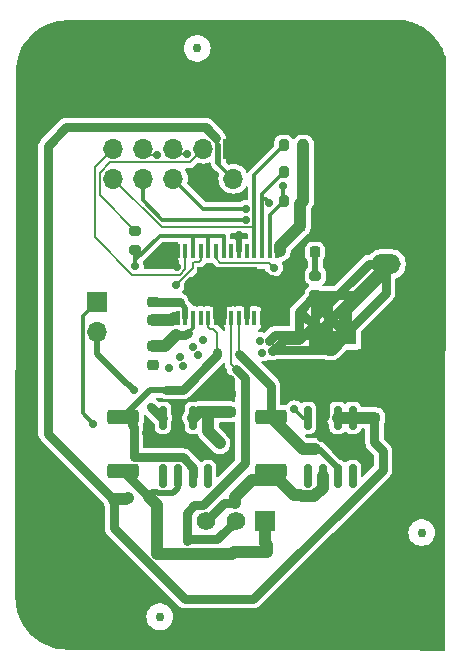
<source format=gbr>
%TF.GenerationSoftware,KiCad,Pcbnew,8.0.5*%
%TF.CreationDate,2026-01-02T18:08:47-06:00*%
%TF.ProjectId,FOC_DV,464f435f-4456-42e6-9b69-6361645f7063,rev?*%
%TF.SameCoordinates,PX7735940PY6422c40*%
%TF.FileFunction,Copper,L1,Top*%
%TF.FilePolarity,Positive*%
%FSLAX46Y46*%
G04 Gerber Fmt 4.6, Leading zero omitted, Abs format (unit mm)*
G04 Created by KiCad (PCBNEW 8.0.5) date 2026-01-02 18:08:47*
%MOMM*%
%LPD*%
G01*
G04 APERTURE LIST*
G04 Aperture macros list*
%AMRoundRect*
0 Rectangle with rounded corners*
0 $1 Rounding radius*
0 $2 $3 $4 $5 $6 $7 $8 $9 X,Y pos of 4 corners*
0 Add a 4 corners polygon primitive as box body*
4,1,4,$2,$3,$4,$5,$6,$7,$8,$9,$2,$3,0*
0 Add four circle primitives for the rounded corners*
1,1,$1+$1,$2,$3*
1,1,$1+$1,$4,$5*
1,1,$1+$1,$6,$7*
1,1,$1+$1,$8,$9*
0 Add four rect primitives between the rounded corners*
20,1,$1+$1,$2,$3,$4,$5,0*
20,1,$1+$1,$4,$5,$6,$7,0*
20,1,$1+$1,$6,$7,$8,$9,0*
20,1,$1+$1,$8,$9,$2,$3,0*%
G04 Aperture macros list end*
%TA.AperFunction,ComponentPad*%
%ADD10C,6.400000*%
%TD*%
%TA.AperFunction,ComponentPad*%
%ADD11R,1.600000X1.600000*%
%TD*%
%TA.AperFunction,ComponentPad*%
%ADD12C,1.600000*%
%TD*%
%TA.AperFunction,SMDPad,CuDef*%
%ADD13R,0.399999X1.200000*%
%TD*%
%TA.AperFunction,SMDPad,CuDef*%
%ADD14R,5.180000X3.099999*%
%TD*%
%TA.AperFunction,ComponentPad*%
%ADD15C,0.399999*%
%TD*%
%TA.AperFunction,SMDPad,CuDef*%
%ADD16RoundRect,0.200000X-0.275000X0.200000X-0.275000X-0.200000X0.275000X-0.200000X0.275000X0.200000X0*%
%TD*%
%TA.AperFunction,ComponentPad*%
%ADD17R,1.750000X1.750000*%
%TD*%
%TA.AperFunction,ComponentPad*%
%ADD18C,1.575000*%
%TD*%
%TA.AperFunction,SMDPad,CuDef*%
%ADD19RoundRect,0.200000X-0.200000X-0.275000X0.200000X-0.275000X0.200000X0.275000X-0.200000X0.275000X0*%
%TD*%
%TA.AperFunction,SMDPad,CuDef*%
%ADD20RoundRect,0.200000X0.275000X-0.200000X0.275000X0.200000X-0.275000X0.200000X-0.275000X-0.200000X0*%
%TD*%
%TA.AperFunction,SMDPad,CuDef*%
%ADD21RoundRect,0.218750X0.218750X0.256250X-0.218750X0.256250X-0.218750X-0.256250X0.218750X-0.256250X0*%
%TD*%
%TA.AperFunction,ComponentPad*%
%ADD22O,2.500000X1.700000*%
%TD*%
%TA.AperFunction,SMDPad,CuDef*%
%ADD23C,0.750000*%
%TD*%
%TA.AperFunction,SMDPad,CuDef*%
%ADD24RoundRect,0.150000X0.150000X-0.825000X0.150000X0.825000X-0.150000X0.825000X-0.150000X-0.825000X0*%
%TD*%
%TA.AperFunction,ComponentPad*%
%ADD25R,1.700000X1.700000*%
%TD*%
%TA.AperFunction,ComponentPad*%
%ADD26O,1.700000X1.700000*%
%TD*%
%TA.AperFunction,SMDPad,CuDef*%
%ADD27RoundRect,0.250000X1.075000X-0.362500X1.075000X0.362500X-1.075000X0.362500X-1.075000X-0.362500X0*%
%TD*%
%TA.AperFunction,SMDPad,CuDef*%
%ADD28RoundRect,0.200000X0.200000X0.275000X-0.200000X0.275000X-0.200000X-0.275000X0.200000X-0.275000X0*%
%TD*%
%TA.AperFunction,SMDPad,CuDef*%
%ADD29RoundRect,0.225000X0.250000X-0.225000X0.250000X0.225000X-0.250000X0.225000X-0.250000X-0.225000X0*%
%TD*%
%TA.AperFunction,SMDPad,CuDef*%
%ADD30RoundRect,0.225000X0.225000X0.250000X-0.225000X0.250000X-0.225000X-0.250000X0.225000X-0.250000X0*%
%TD*%
%TA.AperFunction,SMDPad,CuDef*%
%ADD31RoundRect,0.225000X-0.250000X0.225000X-0.250000X-0.225000X0.250000X-0.225000X0.250000X0.225000X0*%
%TD*%
%TA.AperFunction,ViaPad*%
%ADD32C,0.700000*%
%TD*%
%TA.AperFunction,Conductor*%
%ADD33C,0.300000*%
%TD*%
%TA.AperFunction,Conductor*%
%ADD34C,0.200000*%
%TD*%
%TA.AperFunction,Conductor*%
%ADD35C,0.750000*%
%TD*%
%TA.AperFunction,Conductor*%
%ADD36C,0.500000*%
%TD*%
%TA.AperFunction,Conductor*%
%ADD37C,1.000000*%
%TD*%
G04 APERTURE END LIST*
D10*
%TO.P,H4,1*%
%TO.N,GND*%
X37302944Y50502944D03*
%TD*%
%TO.P,H2,1*%
%TO.N,GND*%
X9600000Y50600000D03*
%TD*%
%TO.P,H3,1*%
%TO.N,GND*%
X9497056Y5902944D03*
%TD*%
%TO.P,H1,1*%
%TO.N,GND*%
X37250000Y6000000D03*
%TD*%
D11*
%TO.P,C1,1*%
%TO.N,VCC*%
X33200000Y28200000D03*
D12*
%TO.P,C1,2*%
%TO.N,GND*%
X38950000Y28200000D03*
%TD*%
D13*
%TO.P,U1,1,CPL*%
%TO.N,Net-(U1-CPL)*%
X18825000Y29650001D03*
%TO.P,U1,2,CPH*%
%TO.N,Net-(U1-CPH)*%
X19475001Y29650001D03*
%TO.P,U1,3,VCP*%
%TO.N,Net-(U1-VCP)*%
X20125000Y29650001D03*
%TO.P,U1,4,VM*%
%TO.N,VCC*%
X20775001Y29650001D03*
%TO.P,U1,5,OUT1*%
%TO.N,PH_CS_A*%
X21424999Y29650001D03*
%TO.P,U1,6,PGND1*%
%TO.N,GND*%
X22075001Y29650001D03*
%TO.P,U1,7,PGND2*%
X22724999Y29650001D03*
%TO.P,U1,8,OUT2*%
%TO.N,phase_B*%
X23375001Y29650001D03*
%TO.P,U1,9,OUT3*%
%TO.N,PH_CS_C*%
X24024999Y29650001D03*
%TO.P,U1,10,PGND3*%
%TO.N,GND*%
X24675001Y29650001D03*
%TO.P,U1,11,VM*%
%TO.N,VCC*%
X25324999Y29650001D03*
%TO.P,U1,12,COMPP*%
%TO.N,GND*%
X25975000Y29650001D03*
%TO.P,U1,13,COMPN*%
X26624999Y29650001D03*
%TO.P,U1,14,GND*%
X27275000Y29650001D03*
%TO.P,U1,15,V3P3*%
%TO.N,+3.3INTRN*%
X27275000Y35349999D03*
%TO.P,U1,16,~{RESET}*%
%TO.N,nRST*%
X26624999Y35349999D03*
%TO.P,U1,17,~{SLEEP}*%
%TO.N,nSLP*%
X25975000Y35349999D03*
%TO.P,U1,18,~{FAULT}*%
%TO.N,nFLT*%
X25324999Y35349999D03*
%TO.P,U1,19,~{COMPO}*%
%TO.N,unconnected-(U1-~{COMPO}-Pad19)*%
X24675001Y35349999D03*
%TO.P,U1,20,GND*%
%TO.N,GND*%
X24024999Y35349999D03*
%TO.P,U1,21,NC*%
%TO.N,unconnected-(U1-NC-Pad21)*%
X23375001Y35349999D03*
%TO.P,U1,22,EN3*%
%TO.N,EN*%
X22724999Y35349999D03*
%TO.P,U1,23,IN3*%
%TO.N,IN3*%
X22075001Y35349999D03*
%TO.P,U1,24,EN2*%
%TO.N,EN*%
X21424999Y35349999D03*
%TO.P,U1,25,IN2*%
%TO.N,IN2*%
X20775001Y35349999D03*
%TO.P,U1,26,EN1*%
%TO.N,EN*%
X20125000Y35349999D03*
%TO.P,U1,27,IN1*%
%TO.N,IN1*%
X19475001Y35349999D03*
%TO.P,U1,28,GND*%
%TO.N,GND*%
X18825000Y35349999D03*
D14*
%TO.P,U1,29,EXP*%
X23050000Y32500000D03*
D15*
%TO.P,U1,V*%
X21049999Y31499999D03*
X22049999Y31499999D03*
X23050000Y31499999D03*
X24050001Y31499999D03*
X25050001Y31499999D03*
X21049999Y32500000D03*
X22049999Y32500000D03*
X23050000Y32500000D03*
X24050001Y32500000D03*
X25050001Y32500000D03*
X21049999Y33500001D03*
X22049999Y33500001D03*
X23050000Y33500001D03*
X24050001Y33500001D03*
X25050001Y33500001D03*
%TD*%
D16*
%TO.P,R7,1*%
%TO.N,Net-(U2-En)*%
X15250000Y37075000D03*
%TO.P,R7,2*%
%TO.N,EN*%
X15250000Y35425000D03*
%TD*%
D17*
%TO.P,J3,3,3*%
%TO.N,phase_A*%
X26250000Y12500000D03*
D18*
%TO.P,J3,2,2*%
%TO.N,phase_B*%
X23750000Y12500000D03*
%TO.P,J3,1,1*%
%TO.N,phase_C*%
X21250000Y12500000D03*
%TD*%
D19*
%TO.P,R6,1*%
%TO.N,nFLT*%
X27825000Y44300000D03*
%TO.P,R6,2*%
%TO.N,+3.3INTRN*%
X29475000Y44300000D03*
%TD*%
D20*
%TO.P,R3,1*%
%TO.N,VCC*%
X30500000Y31600000D03*
%TO.P,R3,2*%
%TO.N,Net-(D1-A)*%
X30500000Y33250000D03*
%TD*%
D21*
%TO.P,D1,1,K*%
%TO.N,GND*%
X32037500Y35250000D03*
%TO.P,D1,2,A*%
%TO.N,Net-(D1-A)*%
X30462500Y35250000D03*
%TD*%
D22*
%TO.P,REF\u002A\u002A,1*%
%TO.N,VCC*%
X36500000Y34250000D03*
%TO.P,REF\u002A\u002A,2*%
%TO.N,GND*%
X36500000Y40500000D03*
%TD*%
D23*
%TO.P,FID3,*%
%TO.N,*%
X17325000Y4375000D03*
%TD*%
%TO.P,FID2,*%
%TO.N,*%
X39500000Y11500000D03*
%TD*%
%TO.P,FID1,*%
%TO.N,*%
X20500000Y52500000D03*
%TD*%
D24*
%TO.P,U4,1,-*%
%TO.N,unconnected-(U4---Pad1)*%
X29845000Y16275000D03*
%TO.P,U4,2,GND*%
%TO.N,phase_C*%
X31115000Y16275000D03*
%TO.P,U4,3,REF2*%
%TO.N,PH_CS_C*%
X32385000Y16275000D03*
%TO.P,U4,4,GND*%
%TO.N,phase_C*%
X33655000Y16275000D03*
%TO.P,U4,5*%
%TO.N,+3.3V*%
X33655000Y21225000D03*
%TO.P,U4,6,V+*%
X32385000Y21225000D03*
%TO.P,U4,7,REF1*%
%TO.N,GND*%
X31115000Y21225000D03*
%TO.P,U4,8,+*%
%TO.N,CC_out*%
X29845000Y21225000D03*
%TD*%
%TO.P,U3,1,-*%
%TO.N,unconnected-(U3---Pad1)*%
X17595000Y16275000D03*
%TO.P,U3,2,GND*%
%TO.N,phase_A*%
X18865000Y16275000D03*
%TO.P,U3,3,REF2*%
%TO.N,PH_CS_A*%
X20135000Y16275000D03*
%TO.P,U3,4,GND*%
%TO.N,phase_A*%
X21405000Y16275000D03*
%TO.P,U3,5*%
%TO.N,+3.3V*%
X21405000Y21225000D03*
%TO.P,U3,6,V+*%
X20135000Y21225000D03*
%TO.P,U3,7,REF1*%
%TO.N,GND*%
X18865000Y21225000D03*
%TO.P,U3,8,+*%
%TO.N,CA_out*%
X17595000Y21225000D03*
%TD*%
D25*
%TO.P,U2,1*%
%TO.N,GND*%
X23540000Y44000000D03*
D26*
%TO.P,U2,2*%
%TO.N,+3.3V*%
X23540000Y41460000D03*
%TO.P,U2,3*%
%TO.N,Net-(U2-En)*%
X21000000Y44000000D03*
%TO.P,U2,4*%
%TO.N,GND*%
X21000000Y41460000D03*
%TO.P,U2,5*%
%TO.N,IN3*%
X18460000Y44000000D03*
%TO.P,U2,6*%
%TO.N,nRST*%
X18460000Y41460000D03*
%TO.P,U2,7*%
%TO.N,IN2*%
X15920000Y44000000D03*
%TO.P,U2,8*%
%TO.N,nSLP*%
X15920000Y41460000D03*
%TO.P,U2,9*%
%TO.N,IN1*%
X13380000Y44000000D03*
%TO.P,U2,10*%
%TO.N,nFLT*%
X13380000Y41460000D03*
%TD*%
D27*
%TO.P,R5,1*%
%TO.N,phase_C*%
X26750000Y16687500D03*
%TO.P,R5,2*%
%TO.N,PH_CS_C*%
X26750000Y21312500D03*
%TD*%
%TO.P,R4,1*%
%TO.N,phase_A*%
X14250000Y16687500D03*
%TO.P,R4,2*%
%TO.N,PH_CS_A*%
X14250000Y21312500D03*
%TD*%
D28*
%TO.P,R2,1*%
%TO.N,+3.3INTRN*%
X29475000Y42000000D03*
%TO.P,R2,2*%
%TO.N,nSLP*%
X27825000Y42000000D03*
%TD*%
%TO.P,R1,1*%
%TO.N,+3.3INTRN*%
X29475000Y39600000D03*
%TO.P,R1,2*%
%TO.N,nRST*%
X27825000Y39600000D03*
%TD*%
D25*
%TO.P,J1,1,Pin_1*%
%TO.N,CC_out*%
X12000000Y31000000D03*
D26*
%TO.P,J1,2,Pin_2*%
%TO.N,CA_out*%
X12000000Y28460000D03*
%TD*%
D29*
%TO.P,C6,1*%
%TO.N,+3.3V*%
X23250000Y21725000D03*
%TO.P,C6,2*%
%TO.N,GND*%
X23250000Y23275000D03*
%TD*%
%TO.P,C5,1*%
%TO.N,+3.3V*%
X35500000Y21225000D03*
%TO.P,C5,2*%
%TO.N,GND*%
X35500000Y22775000D03*
%TD*%
D30*
%TO.P,C4,1*%
%TO.N,GND*%
X30775000Y37500000D03*
%TO.P,C4,2*%
%TO.N,+3.3INTRN*%
X29225000Y37500000D03*
%TD*%
D31*
%TO.P,C3,2*%
%TO.N,Net-(U1-CPL)*%
X16750000Y29500000D03*
%TO.P,C3,1*%
%TO.N,Net-(U1-CPH)*%
X16750000Y31050000D03*
%TD*%
%TO.P,C2,1*%
%TO.N,Net-(U1-VCP)*%
X16750000Y27275000D03*
%TO.P,C2,2*%
%TO.N,VCC*%
X16750000Y25725000D03*
%TD*%
D32*
%TO.N,GND*%
X29240000Y24600000D03*
X30550000Y24970000D03*
X33750000Y23750000D03*
X38320000Y16940000D03*
X36810000Y13790000D03*
X33190000Y19150000D03*
X34020000Y12110000D03*
X31560000Y9970000D03*
X28490000Y6830000D03*
X24399672Y4719673D03*
X22250000Y4610000D03*
X19980000Y4540000D03*
X14770000Y7250000D03*
X13380000Y8580000D03*
X11360000Y11010000D03*
X6230000Y17730000D03*
X6440000Y24130000D03*
X6440000Y31140000D03*
X6320000Y36470000D03*
X13160000Y46920000D03*
X19060000Y46970000D03*
X17779006Y48433202D03*
X22930991Y47679131D03*
X26773775Y46924298D03*
X28626546Y48639827D03*
X31010000Y47320000D03*
X33200000Y44399241D03*
X33830000Y46270000D03*
X39440000Y43390000D03*
X37110000Y44340000D03*
X35007303Y43162015D03*
X33190000Y41150000D03*
X36100000Y38460000D03*
X39790000Y37030000D03*
X17830000Y35350000D03*
X31090000Y21080000D03*
X21970000Y23370000D03*
X31280000Y23130000D03*
X22320000Y24380000D03*
X16170000Y19975000D03*
X9720000Y14250000D03*
X9860000Y12580000D03*
X16600000Y19300000D03*
X27120000Y32110000D03*
X26803384Y32973691D03*
X19949620Y32770380D03*
%TO.N,IN3*%
X27000000Y33940000D03*
X19615380Y43534620D03*
%TO.N,IN2*%
X18710000Y32450000D03*
X17100000Y43500000D03*
%TO.N,+3.3V*%
X22410000Y19060000D03*
X14610000Y14470000D03*
%TO.N,nRST*%
X27730000Y40850000D03*
X24624999Y38914084D03*
%TO.N,nSLP*%
X24590000Y38000000D03*
X26570000Y39440000D03*
%TO.N,GND*%
X19750000Y31950000D03*
X26200000Y32150000D03*
X26150000Y33350000D03*
X26400000Y30850000D03*
X24000000Y36700000D03*
X40450000Y19000000D03*
X39410749Y21262018D03*
X38034432Y21427839D03*
X38250000Y20350000D03*
X38700000Y22750000D03*
X39156048Y30559616D03*
X39798814Y29495036D03*
X39879159Y26582506D03*
X38774407Y24051619D03*
X39738554Y24774729D03*
X39798814Y23529372D03*
X37589308Y22585310D03*
X37700000Y23500000D03*
X37800000Y24600000D03*
X39000000Y25700000D03*
%TO.N,VCC*%
X25950000Y26750000D03*
X26850000Y26850000D03*
X26600000Y27750000D03*
X25800000Y27750000D03*
X29100000Y27800000D03*
X30300000Y27000000D03*
X31600000Y26900000D03*
X30500000Y28200000D03*
X18100000Y25400000D03*
X19000000Y26400000D03*
X19300000Y25600000D03*
X20600000Y26500000D03*
X20100000Y27250000D03*
X21000000Y27850000D03*
%TO.N,CC_out*%
X28700000Y21950000D03*
X11700000Y20700000D03*
%TO.N,CA_out*%
X16600000Y22100000D03*
X15164676Y23535324D03*
%TO.N,GND*%
X18750000Y34000000D03*
X31000000Y19500000D03*
X33000000Y18000000D03*
X20500000Y18250000D03*
X18750000Y19500000D03*
X23250000Y24500000D03*
X27250000Y30750000D03*
X33000000Y35250000D03*
X31750000Y37500000D03*
%TO.N,EN*%
X15200000Y34050000D03*
%TD*%
D33*
%TO.N,+3.3V*%
X7830000Y44240000D02*
X9580000Y45990000D01*
X22340000Y44360000D02*
X22340000Y42660000D01*
X9580000Y45990000D02*
X20710000Y45990000D01*
X20710000Y45990000D02*
X22340000Y44360000D01*
X22340000Y42660000D02*
X23540000Y41460000D01*
D34*
%TO.N,Net-(U2-En)*%
X19850000Y42850000D02*
X21000000Y44000000D01*
%TO.N,IN3*%
X19615380Y43534620D02*
X18925380Y43534620D01*
X18925380Y43534620D02*
X18460000Y44000000D01*
%TO.N,IN2*%
X17100000Y43500000D02*
X16420000Y43500000D01*
X16420000Y43500000D02*
X15920000Y44000000D01*
%TO.N,IN1*%
X19475001Y35349999D02*
X19475001Y33805762D01*
X14980761Y33350000D02*
X11830000Y36500761D01*
X19475001Y33805762D02*
X19019239Y33350000D01*
X11830000Y36500761D02*
X11830000Y42450000D01*
X11830000Y42450000D02*
X13380000Y44000000D01*
X19019239Y33350000D02*
X14980761Y33350000D01*
%TO.N,nFLT*%
X25324999Y37220000D02*
X25194999Y37350000D01*
X25194999Y37350000D02*
X17490000Y37350000D01*
X17490000Y37350000D02*
X13380000Y41460000D01*
D33*
%TO.N,nSLP*%
X24590000Y38000000D02*
X17550000Y38000000D01*
X17550000Y38000000D02*
X15920000Y39630000D01*
X15920000Y39630000D02*
X15920000Y41460000D01*
%TO.N,nRST*%
X24624999Y38914084D02*
X21005916Y38914084D01*
X21005916Y38914084D02*
X18460000Y41460000D01*
D35*
%TO.N,VCC*%
X31600000Y26900000D02*
X36500000Y31800000D01*
X36500000Y31800000D02*
X36500000Y34250000D01*
X30500000Y28200000D02*
X30500000Y28250000D01*
X30500000Y28250000D02*
X36500000Y34250000D01*
X33200000Y28200000D02*
X33200000Y30950000D01*
X33200000Y30950000D02*
X36500000Y34250000D01*
X34260000Y31460000D02*
X35900000Y33100000D01*
X35900000Y33100000D02*
X36500000Y33700000D01*
X33200000Y28200000D02*
X32800000Y28600000D01*
X32800000Y28600000D02*
X32800000Y30000000D01*
X32800000Y30000000D02*
X35900000Y33100000D01*
X29100000Y30200000D02*
X29200000Y30200000D01*
X29200000Y30200000D02*
X31200000Y28200000D01*
X31200000Y28200000D02*
X33200000Y28200000D01*
X30500000Y29200000D02*
X31500000Y28200000D01*
X31500000Y28200000D02*
X33200000Y28200000D01*
X30500000Y28200000D02*
X30500000Y29200000D01*
X30500000Y29200000D02*
X30500000Y29730000D01*
X29100000Y27800000D02*
X30500000Y29200000D01*
X30500000Y31600000D02*
X30500000Y30900000D01*
X30500000Y30900000D02*
X33200000Y28200000D01*
X30500000Y28200000D02*
X33200000Y28200000D01*
X30300000Y27000000D02*
X32000000Y27000000D01*
X32000000Y27000000D02*
X33200000Y28200000D01*
X31600000Y26900000D02*
X31900000Y26900000D01*
X31900000Y26900000D02*
X33200000Y28200000D01*
X30500000Y29730000D02*
X35020000Y34250000D01*
X35020000Y34250000D02*
X36500000Y34250000D01*
X34120000Y31600000D02*
X34260000Y31460000D01*
X30500000Y31600000D02*
X34120000Y31600000D01*
X36500000Y33700000D02*
X36500000Y34250000D01*
X31150000Y27850000D02*
X30300000Y27000000D01*
X31600000Y26900000D02*
X31600000Y30500000D01*
X31600000Y30500000D02*
X30500000Y31600000D01*
X29100000Y27800000D02*
X29100000Y30200000D01*
X29100000Y30200000D02*
X30500000Y31600000D01*
X30500000Y28200000D02*
X30500000Y31600000D01*
X31600000Y26900000D02*
X31600000Y27100000D01*
X31600000Y27100000D02*
X30500000Y28200000D01*
X30300000Y27000000D02*
X30300000Y28000000D01*
X30300000Y28000000D02*
X30500000Y28200000D01*
X29100000Y27800000D02*
X27800000Y27800000D01*
X27800000Y27800000D02*
X26850000Y26850000D01*
X30300000Y27000000D02*
X27000000Y27000000D01*
X27000000Y27000000D02*
X26850000Y26850000D01*
X30500000Y28200000D02*
X27050000Y28200000D01*
X27050000Y28200000D02*
X26600000Y27750000D01*
D33*
%TO.N,GND*%
X18750000Y34430000D02*
X17830000Y35350000D01*
X18750000Y34000000D02*
X18750000Y34430000D01*
D35*
X22320000Y24380000D02*
X22320000Y23720000D01*
X22320000Y23720000D02*
X21970000Y23370000D01*
X31280000Y21390000D02*
X31115000Y21225000D01*
X23250000Y24500000D02*
X22440000Y24500000D01*
X22440000Y24500000D02*
X22320000Y24380000D01*
X31280000Y23130000D02*
X31280000Y21390000D01*
X9860000Y12580000D02*
X9860000Y14110000D01*
X9860000Y14110000D02*
X9720000Y14250000D01*
X16800000Y19500000D02*
X16600000Y19300000D01*
X18750000Y19500000D02*
X16800000Y19500000D01*
X26803384Y32973691D02*
X26803384Y32426616D01*
X26803384Y32426616D02*
X27120000Y32110000D01*
X26526309Y32973691D02*
X26803384Y32973691D01*
X26150000Y33350000D02*
X26526309Y32973691D01*
X19750000Y31950000D02*
X19750000Y32535406D01*
X19750000Y32535406D02*
X19967297Y32752703D01*
D33*
X19750000Y32570760D02*
X19949620Y32770380D01*
X19750000Y31950000D02*
X19750000Y32570760D01*
D34*
%TO.N,IN3*%
X22460001Y34349999D02*
X22075001Y34734999D01*
X27000000Y33940000D02*
X26590001Y34349999D01*
X26590001Y34349999D02*
X22460001Y34349999D01*
X22075001Y34734999D02*
X22075001Y35349999D01*
%TO.N,IN2*%
X18710000Y32450000D02*
X20160000Y33900000D01*
X20160000Y33900000D02*
X20160000Y34349999D01*
X20160000Y34349999D02*
X20260000Y34449999D01*
X20260000Y34449999D02*
X20675001Y34449999D01*
X20675001Y34449999D02*
X20775001Y34549999D01*
X20775001Y34549999D02*
X20775001Y35349999D01*
X15920000Y44000000D02*
X16652328Y44000000D01*
%TO.N,Net-(U2-En)*%
X19850000Y42850000D02*
X13143654Y42850000D01*
X13143654Y42850000D02*
X12230000Y41936346D01*
X12230000Y41936346D02*
X12230000Y40095000D01*
X12230000Y40095000D02*
X15250000Y37075000D01*
D35*
%TO.N,+3.3V*%
X36200000Y18450000D02*
X35815000Y18835000D01*
X35500000Y20130000D02*
X35500000Y21225000D01*
X35815000Y18835000D02*
X35550000Y19100000D01*
X35500000Y19750000D02*
X35500000Y20130000D01*
X35500000Y19150000D02*
X35500000Y20130000D01*
X35815000Y18835000D02*
X35500000Y19150000D01*
D36*
X35500000Y19750000D02*
X35500000Y19150000D01*
D35*
X13430000Y14240000D02*
X13430000Y11849720D01*
X13430000Y11849720D02*
X19419720Y5860000D01*
X36200000Y16815540D02*
X36200000Y18450000D01*
X19419720Y5860000D02*
X25244460Y5860000D01*
X25244460Y5860000D02*
X36200000Y16815540D01*
D33*
X22115000Y44945000D02*
X22200000Y44860000D01*
X22200000Y44860000D02*
X22200000Y42800000D01*
X22200000Y42800000D02*
X23540000Y41460000D01*
D35*
X9410000Y45820000D02*
X21240000Y45820000D01*
X7830000Y44240000D02*
X9410000Y45820000D01*
X21240000Y45820000D02*
X22115000Y44945000D01*
X13430000Y14240000D02*
X7830000Y19840000D01*
X7830000Y19840000D02*
X7830000Y44240000D01*
D37*
X13430000Y14240000D02*
X13550000Y14360000D01*
X13550000Y14360000D02*
X14500000Y14360000D01*
X14500000Y14360000D02*
X14610000Y14470000D01*
X21405000Y21225000D02*
X21405000Y20065000D01*
X21405000Y20065000D02*
X22410000Y19060000D01*
D33*
%TO.N,nRST*%
X27730000Y40850000D02*
X27730000Y39695000D01*
X27730000Y39695000D02*
X27825000Y39600000D01*
%TO.N,nSLP*%
X25975000Y35349999D02*
X25975000Y39720000D01*
X25975000Y39720000D02*
X25975000Y40150000D01*
X26290000Y39720000D02*
X25975000Y39720000D01*
X26570000Y39440000D02*
X26290000Y39720000D01*
%TO.N,nFLT*%
X25324999Y35349999D02*
X25324999Y37220000D01*
X25324999Y37220000D02*
X25324999Y38730000D01*
X25324999Y38730000D02*
X25324999Y41799999D01*
D36*
%TO.N,GND*%
X24000000Y36700000D02*
X24024999Y36675001D01*
X24024999Y36675001D02*
X24024999Y35349999D01*
X24675001Y29650001D02*
X24675001Y30774999D01*
X24675001Y30774999D02*
X24550000Y30900000D01*
X22350000Y29650001D02*
X22724999Y29650001D01*
X22350000Y30880762D02*
X22284619Y30815381D01*
X22075001Y29650001D02*
X22350000Y29650001D01*
X22350000Y29650001D02*
X22350000Y30880762D01*
X22075001Y29650001D02*
X22075001Y30699998D01*
X22075001Y30699998D02*
X21924999Y30850000D01*
X21924999Y30850000D02*
X21650000Y30850000D01*
X22075001Y30605763D02*
X22284619Y30815381D01*
X22724999Y30375001D02*
X22284619Y30815381D01*
X22724999Y29650001D02*
X22724999Y30375001D01*
X22724999Y29650001D02*
X22724999Y30794238D01*
X22724999Y30794238D02*
X22780761Y30850000D01*
X22780761Y30850000D02*
X23319239Y30850000D01*
X23319239Y30850000D02*
X23550001Y31080762D01*
X22724999Y29650001D02*
X22724999Y29955765D01*
X22724999Y29955765D02*
X22075001Y30605763D01*
X22075001Y29650001D02*
X22075001Y30605763D01*
D35*
%TO.N,PH_CS_A*%
X22200000Y26500000D02*
X19275000Y23575000D01*
D34*
X21424999Y28900004D02*
X21424999Y29650001D01*
X21849999Y28750001D02*
X21575002Y28750001D01*
X22200000Y26800000D02*
X22200000Y28400000D01*
X22200000Y28400000D02*
X21849999Y28750001D01*
X21575002Y28750001D02*
X21424999Y28900004D01*
D35*
X22200000Y26800000D02*
X22200000Y26500000D01*
X19275000Y23575000D02*
X17875000Y23575000D01*
D36*
%TO.N,Net-(D1-A)*%
X30500000Y33250000D02*
X30500000Y35212500D01*
X30500000Y35212500D02*
X30462500Y35250000D01*
D37*
%TO.N,+3.3V*%
X23250000Y21725000D02*
X20635000Y21725000D01*
X20635000Y21725000D02*
X20135000Y21225000D01*
X35500000Y21225000D02*
X32385000Y21225000D01*
D36*
X35500000Y19150000D02*
X35550000Y19100000D01*
D33*
%TO.N,EN*%
X20100000Y36650000D02*
X21400000Y36650000D01*
X17350000Y36650000D02*
X20100000Y36650000D01*
X20100000Y36650000D02*
X20125000Y36625000D01*
X20125000Y36625000D02*
X20125000Y35349999D01*
X21400000Y36650000D02*
X22750000Y36650000D01*
X21400000Y36650000D02*
X21424999Y36625001D01*
X21424999Y36625001D02*
X21424999Y35349999D01*
X15250000Y34550000D02*
X17350000Y36650000D01*
X15250000Y35425000D02*
X15250000Y34550000D01*
X15250000Y34550000D02*
X15250000Y34100000D01*
X22750000Y36650000D02*
X22724999Y36624999D01*
X22724999Y36624999D02*
X22724999Y35349999D01*
X15250000Y34100000D02*
X15200000Y34050000D01*
D37*
%TO.N,+3.3INTRN*%
X29475000Y42000000D02*
X29475000Y44300000D01*
X29475000Y39600000D02*
X29475000Y42000000D01*
X29225000Y37500000D02*
X29225000Y39350000D01*
X29225000Y39350000D02*
X29475000Y39600000D01*
D33*
%TO.N,nFLT*%
X25324999Y41799999D02*
X27825000Y44300000D01*
%TO.N,nSLP*%
X25975000Y40150000D02*
X27825000Y42000000D01*
%TO.N,nRST*%
X26624999Y35349999D02*
X26624999Y38399999D01*
X26624999Y38399999D02*
X27825000Y39600000D01*
D37*
%TO.N,+3.3INTRN*%
X29225000Y37500000D02*
X27524998Y35799998D01*
X27524998Y35799998D02*
X27524998Y35349999D01*
D34*
%TO.N,phase_B*%
X23375001Y29650001D02*
X23349999Y29624999D01*
X23349999Y29624999D02*
X23349999Y25750001D01*
X23349999Y25750001D02*
X23750000Y25350000D01*
D35*
X24500000Y24600000D02*
X24500000Y17365540D01*
X23750000Y25350000D02*
X24500000Y24600000D01*
X24500000Y17365540D02*
X20996960Y13862500D01*
X20996960Y13862500D02*
X20262500Y13862500D01*
X19650000Y10775000D02*
X19800001Y10925001D01*
X20262500Y13862500D02*
X19600000Y13200000D01*
X19600000Y13200000D02*
X19600000Y12750000D01*
X22175001Y10925001D02*
X23750000Y12500000D01*
X19600000Y12750000D02*
X19650000Y12700000D01*
X19650000Y12700000D02*
X19650000Y10775000D01*
X19800001Y10925001D02*
X22175001Y10925001D01*
D37*
%TO.N,phase_C*%
X23700000Y14553643D02*
X23700000Y14000000D01*
X26750000Y16687500D02*
X27443750Y15993750D01*
X25140107Y15993750D02*
X23700000Y14553643D01*
X27443750Y15993750D02*
X25140107Y15993750D01*
X27443750Y15993750D02*
X28712500Y14725000D01*
D35*
X23700000Y14000000D02*
X22750000Y14000000D01*
X22750000Y14000000D02*
X21250000Y12500000D01*
D37*
X28712500Y14725000D02*
X29213762Y14725000D01*
X30414999Y14600000D02*
X31115000Y15300001D01*
X29213762Y14725000D02*
X29338762Y14600000D01*
X29338762Y14600000D02*
X30414999Y14600000D01*
X31115000Y15300001D02*
X31115000Y16275000D01*
D34*
%TO.N,PH_CS_C*%
X30802475Y18552475D02*
X30654949Y18700000D01*
D36*
X30802475Y18552475D02*
X32385000Y16969950D01*
X32385000Y16969950D02*
X32385000Y16275000D01*
D37*
X26750000Y21312500D02*
X29479963Y18582537D01*
X29479963Y18582537D02*
X30432538Y18582537D01*
D34*
X24024999Y29650001D02*
X24024999Y26650000D01*
D35*
X24024999Y26650000D02*
X26750000Y23924999D01*
X26750000Y23924999D02*
X26750000Y21312500D01*
D36*
%TO.N,PH_CS_A*%
X14250000Y21312500D02*
X16512500Y23575000D01*
X16512500Y23575000D02*
X17875000Y23575000D01*
D35*
X15100000Y20462500D02*
X15100000Y17875000D01*
X19269460Y17875000D02*
X20135000Y17009460D01*
D34*
X14931250Y20631250D02*
X14250000Y21312500D01*
D35*
X14931250Y20631250D02*
X15100000Y20462500D01*
X15100000Y17875000D02*
X19269460Y17875000D01*
X20135000Y17009460D02*
X20135000Y16275000D01*
%TO.N,phase_A*%
X14250000Y16687500D02*
X16418750Y14518750D01*
D37*
X23600000Y9850000D02*
X26400000Y9850000D01*
X26400000Y9850000D02*
X26400000Y10450000D01*
X26250000Y10600000D02*
X26250000Y12500000D01*
X26400000Y10450000D02*
X26250000Y10600000D01*
X17100000Y13837500D02*
X17100000Y9700000D01*
X16418750Y14518750D02*
X17100000Y13837500D01*
X17100000Y9700000D02*
X23450000Y9700000D01*
X23450000Y9700000D02*
X23600000Y9850000D01*
D33*
X16700000Y14950000D02*
X15987500Y14950000D01*
D36*
X17092316Y14950000D02*
X17192316Y14850000D01*
D33*
X18514999Y14950000D02*
X16700000Y14950000D01*
D36*
X16700000Y14950000D02*
X17092316Y14950000D01*
X17192316Y14850000D02*
X18414999Y14850000D01*
X18414999Y14850000D02*
X18865000Y15300001D01*
D34*
%TO.N,phase_C*%
X26750000Y16687500D02*
X25437500Y16687500D01*
%TO.N,PH_CS_C*%
X28750000Y19350000D02*
X28712500Y19350000D01*
X28712500Y19350000D02*
X26750000Y21312500D01*
X29400000Y18700000D02*
X28750000Y19350000D01*
X30654949Y18700000D02*
X29400000Y18700000D01*
D33*
%TO.N,phase_A*%
X18865000Y16275000D02*
X18865000Y15300001D01*
X18865000Y15300001D02*
X18514999Y14950000D01*
X15987500Y14950000D02*
X14250000Y16687500D01*
%TO.N,CC_out*%
X11700000Y20700000D02*
X10800000Y21600000D01*
X10800000Y21600000D02*
X10800000Y29800000D01*
X10800000Y29800000D02*
X12000000Y31000000D01*
X29845000Y21225000D02*
X29425000Y21225000D01*
X29425000Y21225000D02*
X28700000Y21950000D01*
D36*
%TO.N,CA_out*%
X14600000Y24100000D02*
X14550000Y24100000D01*
X15164676Y23535324D02*
X14600000Y24100000D01*
D35*
X17475000Y21225000D02*
X16600000Y22100000D01*
X17595000Y21225000D02*
X17475000Y21225000D01*
D36*
X14550000Y24100000D02*
X12000000Y26650000D01*
X12000000Y26650000D02*
X12000000Y28460000D01*
D33*
%TO.N,Net-(U1-VCP)*%
X20125000Y28850001D02*
X19712500Y28437500D01*
D35*
X18700000Y28200000D02*
X19475000Y28200000D01*
X19475000Y28200000D02*
X19712500Y28437500D01*
D36*
%TO.N,Net-(U1-CPH)*%
X19000000Y31000000D02*
X19475001Y30524999D01*
X19475001Y30524999D02*
X19475001Y29650001D01*
D37*
%TO.N,Net-(U1-VCP)*%
X18700000Y28200000D02*
X17775000Y27275000D01*
X17775000Y27275000D02*
X16750000Y27275000D01*
D33*
X20125000Y29650001D02*
X20125000Y28850001D01*
D37*
%TO.N,Net-(U1-CPL)*%
X16750000Y29500000D02*
X18375000Y29500000D01*
X18375000Y29500000D02*
X18525001Y29650001D01*
D35*
%TO.N,Net-(U1-CPH)*%
X16750000Y31050000D02*
X18950000Y31050000D01*
X18950000Y31050000D02*
X19000000Y31000000D01*
%TD*%
%TA.AperFunction,Conductor*%
%TO.N,GND*%
G36*
X22795444Y25901980D02*
G01*
X22838709Y25858715D01*
X22849499Y25813770D01*
X22849499Y25684109D01*
X22872036Y25600000D01*
X22883608Y25556811D01*
X22949495Y25442692D01*
X22953448Y25437541D01*
X22951085Y25435729D01*
X22973281Y25392166D01*
X22974500Y25376679D01*
X22974500Y25273618D01*
X23004302Y25123796D01*
X23004302Y25123794D01*
X23062759Y24982666D01*
X23062759Y24982665D01*
X23067748Y24975199D01*
X23147630Y24855648D01*
X23147633Y24855645D01*
X23695504Y24307774D01*
X23723281Y24253257D01*
X23724500Y24237770D01*
X23724500Y22667995D01*
X23705593Y22609804D01*
X23656093Y22573840D01*
X23603820Y22573018D01*
X23603598Y22571801D01*
X23598628Y22572709D01*
X23581127Y22574087D01*
X23563163Y22575500D01*
X23563162Y22575500D01*
X23562336Y22575565D01*
X23532219Y22582795D01*
X23512666Y22590894D01*
X23512663Y22590895D01*
X23338693Y22625500D01*
X23338691Y22625500D01*
X20723692Y22625500D01*
X20546308Y22625500D01*
X20546303Y22625500D01*
X20401255Y22596649D01*
X20370140Y22595453D01*
X20328110Y22600500D01*
X20328102Y22600500D01*
X19941898Y22600500D01*
X19941893Y22600500D01*
X19853434Y22589877D01*
X19712660Y22534363D01*
X19712656Y22534360D01*
X19592081Y22442925D01*
X19592075Y22442919D01*
X19500640Y22322344D01*
X19500637Y22322340D01*
X19445123Y22181566D01*
X19434500Y22093107D01*
X19434500Y21827518D01*
X19417816Y21772517D01*
X19336987Y21651547D01*
X19269106Y21487670D01*
X19269104Y21487664D01*
X19234500Y21313695D01*
X19234500Y21136306D01*
X19269104Y20962337D01*
X19269106Y20962331D01*
X19336987Y20798454D01*
X19347977Y20782006D01*
X19417814Y20677487D01*
X19417816Y20677485D01*
X19434500Y20622484D01*
X19434500Y20356894D01*
X19445123Y20268435D01*
X19500637Y20127661D01*
X19500638Y20127659D01*
X19500639Y20127658D01*
X19592078Y20007078D01*
X19712658Y19915639D01*
X19712659Y19915639D01*
X19712660Y19915638D01*
X19750464Y19900730D01*
X19853436Y19860123D01*
X19941898Y19849500D01*
X19941900Y19849500D01*
X20328100Y19849500D01*
X20328102Y19849500D01*
X20416564Y19860123D01*
X20416565Y19860124D01*
X20416569Y19860124D01*
X20422718Y19861678D01*
X20423510Y19858542D01*
X20471386Y19861723D01*
X20523162Y19829120D01*
X20538567Y19803633D01*
X20560576Y19750499D01*
X20606984Y19638459D01*
X20606985Y19638457D01*
X20606987Y19638453D01*
X20625665Y19610500D01*
X20705536Y19490964D01*
X21835965Y18360536D01*
X21983454Y18261987D01*
X22147334Y18194105D01*
X22321309Y18159500D01*
X22321310Y18159500D01*
X22498691Y18159500D01*
X22498692Y18159500D01*
X22672666Y18194105D01*
X22836547Y18261987D01*
X22836550Y18261990D01*
X22836554Y18261991D01*
X22879139Y18290447D01*
X22984036Y18360536D01*
X23109464Y18485964D01*
X23179553Y18590861D01*
X23208009Y18633446D01*
X23208010Y18633450D01*
X23208013Y18633453D01*
X23275895Y18797334D01*
X23310500Y18971308D01*
X23310500Y19148691D01*
X23275895Y19322666D01*
X23208013Y19486546D01*
X23109464Y19634035D01*
X22939866Y19803633D01*
X22334496Y20409005D01*
X22306719Y20463521D01*
X22305500Y20479008D01*
X22305500Y20725500D01*
X22324407Y20783691D01*
X22373907Y20819655D01*
X22404500Y20824500D01*
X23338690Y20824500D01*
X23338691Y20824500D01*
X23512666Y20859106D01*
X23532222Y20867207D01*
X23562342Y20874437D01*
X23563155Y20874501D01*
X23563162Y20874501D01*
X23598627Y20877291D01*
X23598639Y20877295D01*
X23603602Y20878200D01*
X23603842Y20876885D01*
X23659022Y20875158D01*
X23707373Y20837664D01*
X23724500Y20782006D01*
X23724500Y17727770D01*
X23705593Y17669579D01*
X23695504Y17657766D01*
X22274504Y16236766D01*
X22219987Y16208989D01*
X22159555Y16218560D01*
X22116290Y16261825D01*
X22105500Y16306770D01*
X22105500Y17143101D01*
X22105499Y17143107D01*
X22094877Y17231564D01*
X22039361Y17372342D01*
X21947922Y17492922D01*
X21827342Y17584361D01*
X21827341Y17584362D01*
X21827339Y17584363D01*
X21686565Y17639877D01*
X21598106Y17650500D01*
X21598102Y17650500D01*
X21211898Y17650500D01*
X21211893Y17650500D01*
X21123434Y17639877D01*
X20982660Y17584363D01*
X20982656Y17584360D01*
X20866130Y17495995D01*
X20808339Y17475900D01*
X20749773Y17493611D01*
X20736313Y17504870D01*
X19763812Y18477370D01*
X19636797Y18562239D01*
X19636796Y18562240D01*
X19636794Y18562241D01*
X19495665Y18620698D01*
X19345842Y18650500D01*
X19345840Y18650500D01*
X15974500Y18650500D01*
X15916309Y18669407D01*
X15880345Y18718907D01*
X15875500Y18749500D01*
X15875500Y20538875D01*
X15875500Y20538880D01*
X15873347Y20549701D01*
X15880535Y20610457D01*
X15885223Y20619397D01*
X15926744Y20689602D01*
X15972598Y20847431D01*
X15975500Y20884306D01*
X15975500Y21388771D01*
X15994407Y21446962D01*
X16043907Y21482926D01*
X16105093Y21482926D01*
X16144501Y21458777D01*
X16865505Y20737773D01*
X16893281Y20683258D01*
X16894500Y20667771D01*
X16894500Y20356894D01*
X16905123Y20268435D01*
X16960637Y20127661D01*
X16960638Y20127659D01*
X16960639Y20127658D01*
X17052078Y20007078D01*
X17172658Y19915639D01*
X17172659Y19915639D01*
X17172660Y19915638D01*
X17210464Y19900730D01*
X17313436Y19860123D01*
X17401898Y19849500D01*
X17401900Y19849500D01*
X17788100Y19849500D01*
X17788102Y19849500D01*
X17876564Y19860123D01*
X18017342Y19915639D01*
X18137922Y20007078D01*
X18229361Y20127658D01*
X18284877Y20268436D01*
X18295500Y20356898D01*
X18295500Y20869986D01*
X18303036Y20907872D01*
X18315036Y20936842D01*
X18340698Y20998795D01*
X18370500Y21148620D01*
X18370500Y21301380D01*
X18340698Y21451205D01*
X18325596Y21487664D01*
X18303036Y21542131D01*
X18295500Y21580016D01*
X18295500Y22093101D01*
X18295499Y22093107D01*
X18291609Y22125500D01*
X18284877Y22181564D01*
X18247343Y22276744D01*
X18229362Y22322340D01*
X18229361Y22322341D01*
X18229361Y22322342D01*
X18137922Y22442922D01*
X18017342Y22534361D01*
X18017341Y22534362D01*
X18017339Y22534363D01*
X17876565Y22589877D01*
X17788106Y22600500D01*
X17788102Y22600500D01*
X17401898Y22600500D01*
X17401893Y22600500D01*
X17313432Y22589877D01*
X17297393Y22583552D01*
X17236323Y22579796D01*
X17191075Y22605647D01*
X17094355Y22702367D01*
X17094352Y22702370D01*
X17033267Y22743186D01*
X16995389Y22791235D01*
X16992987Y22852373D01*
X17026980Y22903247D01*
X17084384Y22924424D01*
X17088270Y22924500D01*
X17422648Y22924500D01*
X17477649Y22907816D01*
X17507663Y22887761D01*
X17648795Y22829302D01*
X17798620Y22799500D01*
X17798621Y22799500D01*
X19351379Y22799500D01*
X19351380Y22799500D01*
X19501205Y22829302D01*
X19642337Y22887761D01*
X19769352Y22972630D01*
X22680497Y25883776D01*
X22735012Y25911551D01*
X22795444Y25901980D01*
G37*
%TD.AperFunction*%
%TA.AperFunction,Conductor*%
G36*
X18835464Y36080593D02*
G01*
X18871428Y36031093D01*
X18875054Y35985014D01*
X18874501Y35981523D01*
X18874501Y34718478D01*
X18874502Y34718476D01*
X18889353Y34624700D01*
X18889355Y34624695D01*
X18946951Y34511657D01*
X18946953Y34511655D01*
X18951532Y34505352D01*
X18950015Y34504251D01*
X18973282Y34458587D01*
X18974501Y34443100D01*
X18974501Y34054084D01*
X18955594Y33995893D01*
X18945505Y33984080D01*
X18840921Y33879496D01*
X18786404Y33851719D01*
X18770917Y33850500D01*
X16043552Y33850500D01*
X15985361Y33869407D01*
X15949397Y33918907D01*
X15945174Y33960584D01*
X15947821Y33984080D01*
X15955249Y34050000D01*
X15955249Y34050004D01*
X15955249Y34050005D01*
X15936314Y34218054D01*
X15936311Y34218067D01*
X15894718Y34336933D01*
X15893345Y34398103D01*
X15918156Y34439633D01*
X17549029Y36070504D01*
X17603546Y36098281D01*
X17619033Y36099500D01*
X18777273Y36099500D01*
X18835464Y36080593D01*
G37*
%TD.AperFunction*%
%TA.AperFunction,Conductor*%
G36*
X24733690Y36830593D02*
G01*
X24769654Y36781093D01*
X24774499Y36750500D01*
X24774499Y36449499D01*
X24755592Y36391308D01*
X24706092Y36355344D01*
X24675499Y36350499D01*
X24443480Y36350499D01*
X24443477Y36350498D01*
X24349701Y36335647D01*
X24349696Y36335645D01*
X24236660Y36278050D01*
X24146950Y36188340D01*
X24113210Y36122121D01*
X24069945Y36078857D01*
X24009513Y36069286D01*
X23954997Y36097064D01*
X23936792Y36122121D01*
X23918237Y36158536D01*
X23903051Y36188341D01*
X23813343Y36278049D01*
X23700305Y36335645D01*
X23700306Y36335645D01*
X23606523Y36350499D01*
X23606520Y36350499D01*
X23374499Y36350499D01*
X23316308Y36369406D01*
X23280344Y36418906D01*
X23275499Y36449499D01*
X23275499Y36471188D01*
X23278872Y36496811D01*
X23300500Y36577526D01*
X23300500Y36722474D01*
X23300091Y36723999D01*
X23299856Y36724878D01*
X23299949Y36726658D01*
X23299653Y36728908D01*
X23300070Y36728963D01*
X23303059Y36785980D01*
X23341565Y36833529D01*
X23395483Y36849500D01*
X24675499Y36849500D01*
X24733690Y36830593D01*
G37*
%TD.AperFunction*%
%TA.AperFunction,Conductor*%
G36*
X21622903Y42835212D02*
G01*
X21648762Y42779760D01*
X21649500Y42767694D01*
X21649500Y42727525D01*
X21667501Y42660346D01*
X21687002Y42587566D01*
X21687015Y42587516D01*
X21687016Y42587515D01*
X21759490Y42461985D01*
X22083461Y42138014D01*
X22314031Y41907444D01*
X22341808Y41852927D01*
X22339654Y41811818D01*
X22303791Y41677972D01*
X22284723Y41460004D01*
X22284723Y41459997D01*
X22303791Y41242031D01*
X22303792Y41242024D01*
X22303793Y41242023D01*
X22360425Y41030670D01*
X22452898Y40832361D01*
X22578402Y40653123D01*
X22733123Y40498402D01*
X22912361Y40372898D01*
X23110670Y40280425D01*
X23322023Y40223793D01*
X23322027Y40223793D01*
X23322030Y40223792D01*
X23539997Y40204723D01*
X23540000Y40204723D01*
X23540003Y40204723D01*
X23757969Y40223792D01*
X23757970Y40223793D01*
X23757977Y40223793D01*
X23969330Y40280425D01*
X24167639Y40372898D01*
X24346877Y40498402D01*
X24501598Y40653123D01*
X24594404Y40785665D01*
X24643267Y40822485D01*
X24704443Y40823553D01*
X24754564Y40788459D01*
X24774484Y40730607D01*
X24774499Y40728879D01*
X24774499Y39763270D01*
X24755592Y39705079D01*
X24706092Y39669115D01*
X24664416Y39664892D01*
X24657661Y39665653D01*
X24624999Y39669333D01*
X24624997Y39669333D01*
X24624996Y39669333D01*
X24624995Y39669333D01*
X24456945Y39650399D01*
X24456933Y39650396D01*
X24297308Y39594540D01*
X24297307Y39594540D01*
X24154112Y39504564D01*
X24154109Y39504562D01*
X24154109Y39504561D01*
X24143126Y39493579D01*
X24088612Y39465803D01*
X24073125Y39464584D01*
X21274949Y39464584D01*
X21216758Y39483491D01*
X21204945Y39493580D01*
X19685967Y41012558D01*
X19658190Y41067075D01*
X19660343Y41108181D01*
X19696207Y41242023D01*
X19711967Y41422159D01*
X19715277Y41459997D01*
X19715277Y41460004D01*
X19696208Y41677970D01*
X19696207Y41677973D01*
X19696207Y41677977D01*
X19639575Y41889330D01*
X19547102Y42087638D01*
X19472826Y42193716D01*
X19454937Y42252228D01*
X19474857Y42310080D01*
X19524978Y42345174D01*
X19553922Y42349500D01*
X19915890Y42349500D01*
X19915892Y42349500D01*
X20043186Y42383608D01*
X20043188Y42383610D01*
X20043190Y42383610D01*
X20157309Y42449497D01*
X20157309Y42449498D01*
X20157314Y42449500D01*
X20496789Y42788977D01*
X20551304Y42816753D01*
X20592412Y42814600D01*
X20782023Y42763793D01*
X20782027Y42763793D01*
X20782030Y42763792D01*
X20999997Y42744723D01*
X21000000Y42744723D01*
X21000003Y42744723D01*
X21217969Y42763792D01*
X21217970Y42763793D01*
X21217977Y42763793D01*
X21429330Y42820425D01*
X21508662Y42857419D01*
X21569389Y42864875D01*
X21622903Y42835212D01*
G37*
%TD.AperFunction*%
%TA.AperFunction,Conductor*%
G36*
X37963090Y54897547D02*
G01*
X38307126Y54829174D01*
X38315606Y54827095D01*
X38600721Y54743631D01*
X38686025Y54718659D01*
X38694322Y54715825D01*
X38885691Y54640856D01*
X39053667Y54575051D01*
X39061671Y54571499D01*
X39354768Y54425563D01*
X39407159Y54399477D01*
X39414823Y54395227D01*
X39743728Y54193315D01*
X39750985Y54188404D01*
X40060745Y53958173D01*
X40067544Y53952636D01*
X40355696Y53695919D01*
X40361979Y53689802D01*
X40626298Y53408583D01*
X40632014Y53401935D01*
X40870414Y53098432D01*
X40875520Y53091303D01*
X41086132Y52767893D01*
X41090586Y52760341D01*
X41271751Y52419573D01*
X41275520Y52411656D01*
X41425823Y52056197D01*
X41428877Y52047978D01*
X41525914Y51746544D01*
X41530677Y51716146D01*
X41499876Y1612053D01*
X41480933Y1553874D01*
X41431411Y1517941D01*
X41398814Y1513135D01*
X37282740Y1598886D01*
X37271885Y1599711D01*
X37265893Y1600500D01*
X37265892Y1600500D01*
X37265890Y1600500D01*
X37206273Y1600500D01*
X37204211Y1600521D01*
X37200131Y1600606D01*
X37144547Y1601764D01*
X37144546Y1601764D01*
X37144542Y1601764D01*
X37138537Y1601100D01*
X37127658Y1600500D01*
X9502279Y1600500D01*
X9497707Y1600606D01*
X9098646Y1619056D01*
X9089541Y1619899D01*
X8696119Y1674779D01*
X8687130Y1676460D01*
X8300479Y1767400D01*
X8291684Y1769902D01*
X7915060Y1896133D01*
X7906533Y1899436D01*
X7543162Y2059880D01*
X7534976Y2063957D01*
X7187956Y2257247D01*
X7180182Y2262060D01*
X6852486Y2486536D01*
X6845188Y2492047D01*
X6539601Y2745803D01*
X6532843Y2751963D01*
X6251962Y3032844D01*
X6245802Y3039602D01*
X5992046Y3345189D01*
X5986535Y3352487D01*
X5762059Y3680183D01*
X5757246Y3687957D01*
X5563956Y4034977D01*
X5559879Y4043163D01*
X5505065Y4167304D01*
X5413359Y4375000D01*
X16194678Y4375000D01*
X16213924Y4167303D01*
X16251574Y4034977D01*
X16271006Y3966681D01*
X16363981Y3779962D01*
X16489682Y3613507D01*
X16643829Y3472984D01*
X16724395Y3423100D01*
X16821163Y3363182D01*
X16821167Y3363180D01*
X16821172Y3363177D01*
X17015673Y3287827D01*
X17220707Y3249500D01*
X17429293Y3249500D01*
X17634327Y3287827D01*
X17828828Y3363177D01*
X18006171Y3472984D01*
X18160318Y3613507D01*
X18286019Y3779962D01*
X18378994Y3966681D01*
X18436076Y4167304D01*
X18455322Y4375000D01*
X18436076Y4582696D01*
X18378994Y4783319D01*
X18286019Y4970038D01*
X18160318Y5136493D01*
X18006171Y5277016D01*
X17989960Y5287054D01*
X17828836Y5386819D01*
X17828830Y5386822D01*
X17828828Y5386823D01*
X17634327Y5462173D01*
X17634326Y5462174D01*
X17634324Y5462174D01*
X17429293Y5500500D01*
X17220707Y5500500D01*
X17015675Y5462174D01*
X16821169Y5386822D01*
X16821163Y5386819D01*
X16643833Y5277019D01*
X16643831Y5277018D01*
X16643829Y5277016D01*
X16529466Y5172761D01*
X16489683Y5136494D01*
X16363982Y4970040D01*
X16363977Y4970031D01*
X16271006Y4783320D01*
X16213924Y4582698D01*
X16194678Y4375000D01*
X5413359Y4375000D01*
X5399435Y4406534D01*
X5396132Y4415061D01*
X5269901Y4791685D01*
X5267399Y4800480D01*
X5200598Y5084500D01*
X5176456Y5187146D01*
X5174780Y5196107D01*
X5119898Y5589542D01*
X5119055Y5598647D01*
X5100606Y5997694D01*
X5100501Y6002309D01*
X5123690Y44316383D01*
X7054500Y44316383D01*
X7054500Y19763618D01*
X7084302Y19613796D01*
X7084302Y19613794D01*
X7142759Y19472666D01*
X7142759Y19472665D01*
X7143723Y19471223D01*
X7227630Y19345648D01*
X7227633Y19345645D01*
X12534964Y14038314D01*
X12562058Y13987625D01*
X12564105Y13977334D01*
X12631986Y13813455D01*
X12637814Y13804734D01*
X12654500Y13749731D01*
X12654500Y11773338D01*
X12684302Y11623516D01*
X12684302Y11623514D01*
X12742759Y11482386D01*
X12742759Y11482385D01*
X12776430Y11431994D01*
X12827630Y11355368D01*
X18925367Y5257630D01*
X19052383Y5172761D01*
X19193515Y5114302D01*
X19343340Y5084500D01*
X19343341Y5084500D01*
X25320839Y5084500D01*
X25320840Y5084500D01*
X25470665Y5114302D01*
X25611797Y5172761D01*
X25738812Y5257630D01*
X31981183Y11500000D01*
X38369678Y11500000D01*
X38388924Y11292303D01*
X38408216Y11224500D01*
X38446006Y11091681D01*
X38538981Y10904962D01*
X38664682Y10738507D01*
X38818829Y10597984D01*
X38899395Y10548100D01*
X38996163Y10488182D01*
X38996167Y10488180D01*
X38996172Y10488177D01*
X39190673Y10412827D01*
X39395707Y10374500D01*
X39604293Y10374500D01*
X39809327Y10412827D01*
X40003828Y10488177D01*
X40181171Y10597984D01*
X40335318Y10738507D01*
X40461019Y10904962D01*
X40553994Y11091681D01*
X40611076Y11292304D01*
X40630322Y11500000D01*
X40611076Y11707696D01*
X40553994Y11908319D01*
X40461019Y12095038D01*
X40335318Y12261493D01*
X40181171Y12402016D01*
X40164960Y12412054D01*
X40003836Y12511819D01*
X40003830Y12511822D01*
X40003828Y12511823D01*
X39809327Y12587173D01*
X39809326Y12587174D01*
X39809324Y12587174D01*
X39604293Y12625500D01*
X39395707Y12625500D01*
X39190675Y12587174D01*
X38996169Y12511822D01*
X38996163Y12511819D01*
X38818833Y12402019D01*
X38818831Y12402018D01*
X38818829Y12402016D01*
X38685828Y12280770D01*
X38664683Y12261494D01*
X38538982Y12095040D01*
X38538977Y12095031D01*
X38446006Y11908320D01*
X38388924Y11707698D01*
X38369678Y11500000D01*
X31981183Y11500000D01*
X36802370Y16321187D01*
X36887239Y16448203D01*
X36945698Y16589335D01*
X36956198Y16642123D01*
X36975500Y16739160D01*
X36975500Y18526380D01*
X36945698Y18676205D01*
X36915338Y18749500D01*
X36887239Y18817338D01*
X36870846Y18841872D01*
X36853785Y18867405D01*
X36802370Y18944353D01*
X36802365Y18944358D01*
X36802362Y18944362D01*
X36423016Y19323706D01*
X36423013Y19323710D01*
X36304496Y19442228D01*
X36276719Y19496744D01*
X36275500Y19512231D01*
X36275500Y20632711D01*
X36289286Y20683104D01*
X36328618Y20749610D01*
X36372709Y20901373D01*
X36375500Y20936837D01*
X36375499Y21000874D01*
X36377401Y21020188D01*
X36382919Y21047928D01*
X36400500Y21136309D01*
X36400500Y21313691D01*
X36384826Y21392486D01*
X36377401Y21429818D01*
X36375499Y21449132D01*
X36375499Y21513158D01*
X36375499Y21513162D01*
X36372709Y21548627D01*
X36328618Y21700390D01*
X36304785Y21740689D01*
X36248172Y21836417D01*
X36248171Y21836418D01*
X36248170Y21836420D01*
X36136420Y21948170D01*
X36136417Y21948172D01*
X36136416Y21948173D01*
X36000392Y22028617D01*
X36000391Y22028618D01*
X36000390Y22028618D01*
X35848627Y22072709D01*
X35813163Y22075500D01*
X35813162Y22075500D01*
X35812336Y22075565D01*
X35782219Y22082795D01*
X35762666Y22090894D01*
X35762663Y22090895D01*
X35588693Y22125500D01*
X35588691Y22125500D01*
X34434365Y22125500D01*
X34376174Y22144407D01*
X34342268Y22188181D01*
X34289362Y22322340D01*
X34289361Y22322341D01*
X34289361Y22322342D01*
X34197922Y22442922D01*
X34077342Y22534361D01*
X34077341Y22534362D01*
X34077339Y22534363D01*
X33936565Y22589877D01*
X33848106Y22600500D01*
X33848102Y22600500D01*
X33461898Y22600500D01*
X33461893Y22600500D01*
X33373434Y22589877D01*
X33232660Y22534363D01*
X33232656Y22534360D01*
X33112081Y22442925D01*
X33112075Y22442919D01*
X33098884Y22425523D01*
X33048657Y22390580D01*
X32987485Y22391834D01*
X32941116Y22425523D01*
X32927924Y22442919D01*
X32927922Y22442922D01*
X32807342Y22534361D01*
X32807341Y22534362D01*
X32807339Y22534363D01*
X32666565Y22589877D01*
X32578106Y22600500D01*
X32578102Y22600500D01*
X32191898Y22600500D01*
X32191893Y22600500D01*
X32103434Y22589877D01*
X31962660Y22534363D01*
X31962656Y22534360D01*
X31842081Y22442925D01*
X31842075Y22442919D01*
X31750640Y22322344D01*
X31750637Y22322340D01*
X31695123Y22181566D01*
X31684500Y22093107D01*
X31684500Y21827517D01*
X31667815Y21772515D01*
X31586990Y21651555D01*
X31586984Y21651543D01*
X31519106Y21487668D01*
X31519106Y21487666D01*
X31484500Y21313694D01*
X31484500Y21136307D01*
X31494926Y21083892D01*
X31519105Y20962337D01*
X31519106Y20962335D01*
X31519106Y20962333D01*
X31586985Y20798456D01*
X31586986Y20798454D01*
X31586987Y20798453D01*
X31659720Y20689601D01*
X31667815Y20677487D01*
X31684500Y20622485D01*
X31684500Y20356894D01*
X31695123Y20268435D01*
X31750637Y20127661D01*
X31750638Y20127659D01*
X31750639Y20127658D01*
X31842078Y20007078D01*
X31962658Y19915639D01*
X31962659Y19915639D01*
X31962660Y19915638D01*
X32000464Y19900730D01*
X32103436Y19860123D01*
X32191898Y19849500D01*
X32191900Y19849500D01*
X32578100Y19849500D01*
X32578102Y19849500D01*
X32666564Y19860123D01*
X32807342Y19915639D01*
X32927922Y20007078D01*
X32941117Y20024479D01*
X32991341Y20059420D01*
X33052513Y20058168D01*
X33098882Y20024479D01*
X33112078Y20007078D01*
X33232658Y19915639D01*
X33232659Y19915639D01*
X33232660Y19915638D01*
X33270464Y19900730D01*
X33373436Y19860123D01*
X33461898Y19849500D01*
X33461900Y19849500D01*
X33848100Y19849500D01*
X33848102Y19849500D01*
X33936564Y19860123D01*
X34077342Y19915639D01*
X34197922Y20007078D01*
X34289361Y20127658D01*
X34329369Y20229110D01*
X34342268Y20261819D01*
X34381204Y20309016D01*
X34434365Y20324500D01*
X34625500Y20324500D01*
X34683691Y20305593D01*
X34719655Y20256093D01*
X34724500Y20225500D01*
X34724500Y19073618D01*
X34754302Y18923796D01*
X34754302Y18923794D01*
X34812759Y18782666D01*
X34812759Y18782665D01*
X34869340Y18697987D01*
X34888436Y18669407D01*
X34897631Y18655647D01*
X35326281Y18226995D01*
X35326293Y18226985D01*
X35395504Y18157774D01*
X35423281Y18103257D01*
X35424500Y18087770D01*
X35424500Y17177771D01*
X35405593Y17119580D01*
X35395504Y17107767D01*
X34524504Y16236767D01*
X34469987Y16208990D01*
X34409555Y16218561D01*
X34366290Y16261826D01*
X34355500Y16306771D01*
X34355500Y17143101D01*
X34355499Y17143107D01*
X34344877Y17231564D01*
X34289361Y17372342D01*
X34197922Y17492922D01*
X34077342Y17584361D01*
X34077341Y17584362D01*
X34077339Y17584363D01*
X33936565Y17639877D01*
X33848106Y17650500D01*
X33848102Y17650500D01*
X33461898Y17650500D01*
X33461893Y17650500D01*
X33373434Y17639877D01*
X33232660Y17584363D01*
X33232656Y17584360D01*
X33112081Y17492925D01*
X33112075Y17492919D01*
X33098884Y17475523D01*
X33048657Y17440580D01*
X32987485Y17441834D01*
X32941116Y17475523D01*
X32927924Y17492919D01*
X32927922Y17492922D01*
X32807342Y17584361D01*
X32807341Y17584362D01*
X32807339Y17584363D01*
X32666562Y17639878D01*
X32664697Y17640102D01*
X32663519Y17640648D01*
X32660408Y17641434D01*
X32660556Y17642020D01*
X32609177Y17665818D01*
X32606505Y17668391D01*
X31914356Y18360540D01*
X31217144Y19057752D01*
X31198991Y19069881D01*
X31171675Y19097196D01*
X31132002Y19156572D01*
X31006575Y19282000D01*
X30859082Y19380552D01*
X30695204Y19448431D01*
X30521231Y19483037D01*
X30521229Y19483037D01*
X29893970Y19483037D01*
X29835779Y19501944D01*
X29823966Y19512033D01*
X29655503Y19680496D01*
X29627726Y19735013D01*
X29637297Y19795445D01*
X29680562Y19838710D01*
X29725507Y19849500D01*
X30038100Y19849500D01*
X30038102Y19849500D01*
X30126564Y19860123D01*
X30267342Y19915639D01*
X30387922Y20007078D01*
X30479361Y20127658D01*
X30534877Y20268436D01*
X30545500Y20356898D01*
X30545500Y22093102D01*
X30534877Y22181564D01*
X30497343Y22276744D01*
X30479362Y22322340D01*
X30479361Y22322341D01*
X30479361Y22322342D01*
X30387922Y22442922D01*
X30267342Y22534361D01*
X30267341Y22534362D01*
X30267339Y22534363D01*
X30126565Y22589877D01*
X30038106Y22600500D01*
X30038102Y22600500D01*
X29651898Y22600500D01*
X29651893Y22600500D01*
X29563434Y22589877D01*
X29422660Y22534363D01*
X29422656Y22534360D01*
X29351732Y22480577D01*
X29293940Y22460482D01*
X29235375Y22478193D01*
X29221915Y22489452D01*
X29170890Y22540477D01*
X29170887Y22540479D01*
X29170886Y22540480D01*
X29027691Y22630456D01*
X28868065Y22686312D01*
X28868053Y22686315D01*
X28700004Y22705249D01*
X28699996Y22705249D01*
X28531946Y22686315D01*
X28531934Y22686312D01*
X28372309Y22630456D01*
X28372308Y22630456D01*
X28229113Y22540480D01*
X28109523Y22420890D01*
X28068938Y22356301D01*
X28021968Y22317090D01*
X27960921Y22312975D01*
X27957496Y22313904D01*
X27927567Y22322599D01*
X27902428Y22324577D01*
X27890694Y22325500D01*
X27890689Y22325500D01*
X27624500Y22325500D01*
X27566309Y22344407D01*
X27530345Y22393907D01*
X27525500Y22424500D01*
X27525500Y24001378D01*
X27525499Y24001382D01*
X27495698Y24151204D01*
X27437239Y24292336D01*
X27382810Y24373795D01*
X27352370Y24419352D01*
X25939854Y25831867D01*
X25912078Y25886383D01*
X25921649Y25946815D01*
X25964914Y25990080D01*
X25998768Y26000246D01*
X26118059Y26013687D01*
X26277690Y26069544D01*
X26405234Y26149686D01*
X26464561Y26164636D01*
X26495788Y26157324D01*
X26514721Y26149482D01*
X26623795Y26104302D01*
X26773620Y26074500D01*
X26773621Y26074500D01*
X26926379Y26074500D01*
X26926380Y26074500D01*
X27076205Y26104302D01*
X27217337Y26162761D01*
X27217339Y26162763D01*
X27217344Y26162765D01*
X27284766Y26207815D01*
X27339768Y26224500D01*
X30223620Y26224500D01*
X30376380Y26224500D01*
X31185902Y26224500D01*
X31227903Y26213981D01*
X31228169Y26214622D01*
X31232495Y26212830D01*
X31232567Y26212812D01*
X31232664Y26212760D01*
X31266517Y26198738D01*
X31373795Y26154302D01*
X31523620Y26124500D01*
X31523621Y26124500D01*
X31976379Y26124500D01*
X31976380Y26124500D01*
X32126205Y26154302D01*
X32267337Y26212761D01*
X32394352Y26297630D01*
X33067226Y26970506D01*
X33121743Y26998282D01*
X33137230Y26999501D01*
X34031521Y26999501D01*
X34031522Y26999502D01*
X34078411Y27006928D01*
X34125299Y27014353D01*
X34125299Y27014354D01*
X34125304Y27014354D01*
X34238342Y27071950D01*
X34328050Y27161658D01*
X34385646Y27274696D01*
X34400500Y27368481D01*
X34400499Y28562771D01*
X34419406Y28620961D01*
X34429489Y28632768D01*
X37102370Y31305647D01*
X37187239Y31432663D01*
X37245698Y31573795D01*
X37255983Y31625501D01*
X37275500Y31723620D01*
X37275500Y32985226D01*
X37294407Y33043417D01*
X37343906Y33079381D01*
X37380025Y33091116D01*
X37555405Y33180476D01*
X37714646Y33296172D01*
X37853828Y33435354D01*
X37969524Y33594595D01*
X38058884Y33769975D01*
X38119709Y33957174D01*
X38123896Y33983609D01*
X38150500Y34151580D01*
X38150500Y34348421D01*
X38119710Y34542822D01*
X38119709Y34542826D01*
X38058884Y34730025D01*
X37969524Y34905405D01*
X37853828Y35064646D01*
X37714646Y35203828D01*
X37555405Y35319524D01*
X37555404Y35319525D01*
X37555402Y35319526D01*
X37380025Y35408884D01*
X37192821Y35469711D01*
X36998420Y35500500D01*
X36998417Y35500500D01*
X36001583Y35500500D01*
X36001580Y35500500D01*
X35807178Y35469711D01*
X35619974Y35408884D01*
X35444597Y35319526D01*
X35285355Y35203829D01*
X35146167Y35064641D01*
X35143644Y35061686D01*
X35142432Y35062721D01*
X35097900Y35030352D01*
X35067288Y35025500D01*
X34943617Y35025500D01*
X34793795Y34995698D01*
X34793793Y34995698D01*
X34652665Y34937241D01*
X34525650Y34852373D01*
X32077774Y32404496D01*
X32023257Y32376719D01*
X32007770Y32375500D01*
X31174048Y32375500D01*
X31115857Y32394407D01*
X31079893Y32443907D01*
X31079893Y32505093D01*
X31113781Y32553042D01*
X31203282Y32621718D01*
X31299536Y32747159D01*
X31360044Y32893238D01*
X31375500Y33010639D01*
X31375499Y33489360D01*
X31360044Y33606762D01*
X31299537Y33752839D01*
X31299537Y33752840D01*
X31203286Y33878277D01*
X31203285Y33878278D01*
X31203282Y33878282D01*
X31200660Y33880294D01*
X31189231Y33889064D01*
X31154576Y33939489D01*
X31150500Y33967605D01*
X31150500Y34546429D01*
X31169407Y34604620D01*
X31171276Y34607108D01*
X31174440Y34611189D01*
X31174443Y34611191D01*
X31254087Y34745861D01*
X31297737Y34896108D01*
X31300500Y34931213D01*
X31300499Y35568786D01*
X31297737Y35603892D01*
X31254087Y35754139D01*
X31237752Y35781759D01*
X31174445Y35888806D01*
X31174444Y35888807D01*
X31174443Y35888809D01*
X31063809Y35999443D01*
X31063806Y35999445D01*
X31063805Y35999446D01*
X30929141Y36079086D01*
X30929140Y36079087D01*
X30929139Y36079087D01*
X30838740Y36105350D01*
X30778890Y36122738D01*
X30756390Y36124508D01*
X30743787Y36125500D01*
X30743781Y36125500D01*
X30181218Y36125500D01*
X30146108Y36122737D01*
X30146100Y36122736D01*
X29995858Y36079086D01*
X29995857Y36079086D01*
X29861194Y35999446D01*
X29750554Y35888806D01*
X29670914Y35754143D01*
X29670914Y35754142D01*
X29627262Y35603891D01*
X29624500Y35568782D01*
X29624500Y34931219D01*
X29627263Y34896109D01*
X29627264Y34896101D01*
X29640513Y34850499D01*
X29662167Y34775964D01*
X29670914Y34745859D01*
X29670914Y34745858D01*
X29750554Y34611195D01*
X29750555Y34611194D01*
X29750557Y34611191D01*
X29820505Y34541243D01*
X29848281Y34486728D01*
X29849500Y34471241D01*
X29849500Y33967605D01*
X29830593Y33909414D01*
X29810769Y33889064D01*
X29796721Y33878285D01*
X29796713Y33878277D01*
X29700462Y33752840D01*
X29700462Y33752839D01*
X29639957Y33606767D01*
X29639955Y33606759D01*
X29624500Y33489363D01*
X29624500Y33010643D01*
X29624501Y33010638D01*
X29639955Y32893242D01*
X29639957Y32893234D01*
X29700462Y32747162D01*
X29700462Y32747161D01*
X29700464Y32747159D01*
X29796718Y32621718D01*
X29796722Y32621715D01*
X29796723Y32621714D01*
X29801493Y32618054D01*
X29922159Y32525464D01*
X29933672Y32520696D01*
X29943886Y32516464D01*
X29990412Y32476727D01*
X30004695Y32417232D01*
X29981280Y32360704D01*
X29943886Y32333536D01*
X29922160Y32324537D01*
X29796723Y32228287D01*
X29796713Y32228277D01*
X29700462Y32102840D01*
X29700462Y32102839D01*
X29639957Y31956767D01*
X29639955Y31956760D01*
X29626136Y31851792D01*
X29599795Y31796567D01*
X29597987Y31794711D01*
X28605648Y30802370D01*
X28497633Y30694356D01*
X28497630Y30694352D01*
X28412759Y30567336D01*
X28412759Y30567335D01*
X28354302Y30426207D01*
X28354302Y30426205D01*
X28324500Y30276383D01*
X28324500Y29074500D01*
X28305593Y29016309D01*
X28256093Y28980345D01*
X28225500Y28975500D01*
X26973617Y28975500D01*
X26823795Y28945698D01*
X26823793Y28945698D01*
X26682665Y28887241D01*
X26555647Y28802371D01*
X26213190Y28459915D01*
X26158674Y28432138D01*
X26110489Y28436475D01*
X25968065Y28486312D01*
X25968053Y28486315D01*
X25800004Y28505249D01*
X25800003Y28505249D01*
X25800001Y28505249D01*
X25800000Y28505249D01*
X25760686Y28500820D01*
X25748985Y28499501D01*
X25689043Y28511775D01*
X25647763Y28556937D01*
X25640913Y28617738D01*
X25671109Y28670953D01*
X25692949Y28686085D01*
X25763341Y28721951D01*
X25853049Y28811659D01*
X25910645Y28924697D01*
X25925499Y29018482D01*
X25925498Y30281519D01*
X25925498Y30281520D01*
X25925498Y30281523D01*
X25925497Y30281525D01*
X25910646Y30375301D01*
X25910645Y30375303D01*
X25910645Y30375305D01*
X25853049Y30488343D01*
X25763341Y30578051D01*
X25650303Y30635647D01*
X25650304Y30635647D01*
X25556521Y30650501D01*
X25093478Y30650501D01*
X25093475Y30650500D01*
X24999699Y30635649D01*
X24999694Y30635647D01*
X24886658Y30578052D01*
X24796948Y30488342D01*
X24763208Y30422123D01*
X24719943Y30378859D01*
X24659511Y30369288D01*
X24604995Y30397066D01*
X24586790Y30422123D01*
X24578403Y30438584D01*
X24553049Y30488343D01*
X24463341Y30578051D01*
X24350303Y30635647D01*
X24350304Y30635647D01*
X24256521Y30650501D01*
X23793477Y30650501D01*
X23793475Y30650500D01*
X23715486Y30638149D01*
X23684515Y30638149D01*
X23606524Y30650501D01*
X23143480Y30650501D01*
X23143477Y30650500D01*
X23049701Y30635649D01*
X23049696Y30635647D01*
X22936660Y30578052D01*
X22846950Y30488342D01*
X22789355Y30375306D01*
X22774501Y30281523D01*
X22774501Y29018480D01*
X22774502Y29018478D01*
X22789353Y28924702D01*
X22789354Y28924697D01*
X22808440Y28887241D01*
X22838708Y28827836D01*
X22849499Y28782892D01*
X22849499Y28645509D01*
X22830592Y28587318D01*
X22781092Y28551354D01*
X22719906Y28551354D01*
X22670406Y28587318D01*
X22664763Y28596009D01*
X22600503Y28707310D01*
X22600501Y28707312D01*
X22600500Y28707314D01*
X22157313Y29150501D01*
X22157310Y29150503D01*
X22074997Y29198027D01*
X22034057Y29243497D01*
X22025498Y29283763D01*
X22025498Y30281523D01*
X22025497Y30281525D01*
X22010646Y30375301D01*
X22010645Y30375303D01*
X22010645Y30375305D01*
X21953049Y30488343D01*
X21863341Y30578051D01*
X21750303Y30635647D01*
X21750304Y30635647D01*
X21656521Y30650501D01*
X21193477Y30650501D01*
X21193475Y30650500D01*
X21115486Y30638149D01*
X21084515Y30638149D01*
X21006524Y30650501D01*
X20543484Y30650501D01*
X20465482Y30638148D01*
X20434511Y30638149D01*
X20356521Y30650501D01*
X20356519Y30650501D01*
X20193261Y30650501D01*
X20135070Y30669408D01*
X20101797Y30711616D01*
X20095684Y30726373D01*
X20051466Y30833126D01*
X20015309Y30887239D01*
X19980278Y30939668D01*
X19779834Y31140113D01*
X19752740Y31190802D01*
X19745698Y31226205D01*
X19687240Y31367335D01*
X19687240Y31367336D01*
X19643587Y31432666D01*
X19602370Y31494352D01*
X19444352Y31652370D01*
X19317337Y31737239D01*
X19317336Y31737240D01*
X19317334Y31737241D01*
X19271272Y31756320D01*
X19224746Y31796056D01*
X19210462Y31855551D01*
X19233877Y31912079D01*
X19239141Y31917775D01*
X19300477Y31979110D01*
X19390456Y32122310D01*
X19446313Y32281941D01*
X19446314Y32281947D01*
X19465249Y32449996D01*
X19465249Y32455561D01*
X19467896Y32455561D01*
X19478050Y32505186D01*
X19494153Y32526341D01*
X20560500Y33592686D01*
X20568630Y33606767D01*
X20626390Y33706810D01*
X20626390Y33706812D01*
X20626392Y33706814D01*
X20660500Y33834108D01*
X20660500Y33852095D01*
X20679407Y33910286D01*
X20728907Y33946250D01*
X20734695Y33947558D01*
X20734625Y33947820D01*
X20740891Y33949499D01*
X20740893Y33949499D01*
X20868187Y33983607D01*
X20868189Y33983609D01*
X20868191Y33983609D01*
X20982310Y34049496D01*
X20982310Y34049497D01*
X20982315Y34049499D01*
X21175500Y34242684D01*
X21178174Y34247314D01*
X21208591Y34300000D01*
X21254060Y34340941D01*
X21294328Y34349500D01*
X21656519Y34349500D01*
X21676650Y34352689D01*
X21689714Y34354758D01*
X21750146Y34345187D01*
X21775206Y34326980D01*
X22059498Y34042687D01*
X22059499Y34042687D01*
X22059501Y34042685D01*
X22059500Y34042685D01*
X22152686Y33949500D01*
X22152691Y33949496D01*
X22260041Y33887517D01*
X22260042Y33887517D01*
X22266813Y33883608D01*
X22266815Y33883607D01*
X22394108Y33849499D01*
X22394109Y33849499D01*
X26167035Y33849499D01*
X26225226Y33830592D01*
X26261190Y33781092D01*
X26263554Y33772524D01*
X26263688Y33771936D01*
X26319544Y33612310D01*
X26319544Y33612309D01*
X26396797Y33489363D01*
X26409523Y33469110D01*
X26529110Y33349523D01*
X26672310Y33259544D01*
X26736232Y33237177D01*
X26831934Y33203689D01*
X26831938Y33203688D01*
X26831941Y33203687D01*
X26831942Y33203687D01*
X26831946Y33203686D01*
X26999996Y33184751D01*
X27000000Y33184751D01*
X27000004Y33184751D01*
X27168053Y33203686D01*
X27168055Y33203687D01*
X27168059Y33203687D01*
X27327690Y33259544D01*
X27470890Y33349523D01*
X27590477Y33469110D01*
X27680456Y33612310D01*
X27736313Y33771941D01*
X27737344Y33781092D01*
X27755249Y33939996D01*
X27755249Y33940005D01*
X27736314Y34108054D01*
X27736311Y34108066D01*
X27697824Y34218054D01*
X27680456Y34267690D01*
X27680454Y34267693D01*
X27680453Y34267697D01*
X27672635Y34280139D01*
X27657685Y34339469D01*
X27680465Y34396256D01*
X27711518Y34421021D01*
X27713342Y34421949D01*
X27752968Y34461577D01*
X27785088Y34483038D01*
X27854181Y34511657D01*
X27951545Y34551986D01*
X28099033Y34650535D01*
X28224462Y34775964D01*
X28323011Y34923452D01*
X28390892Y35087333D01*
X28425498Y35261308D01*
X28425498Y35385991D01*
X28444405Y35444182D01*
X28454488Y35455989D01*
X29639416Y36640918D01*
X29681800Y36665982D01*
X29700390Y36671382D01*
X29836420Y36751830D01*
X29948170Y36863580D01*
X30028618Y36999610D01*
X30072709Y37151373D01*
X30075500Y37186837D01*
X30075499Y37186841D01*
X30075565Y37187666D01*
X30082796Y37217784D01*
X30090895Y37237334D01*
X30125500Y37411308D01*
X30125500Y37588692D01*
X30125500Y38892068D01*
X30144407Y38950259D01*
X30145936Y38952307D01*
X30199536Y39022159D01*
X30240847Y39121896D01*
X30249988Y39138997D01*
X30273013Y39173453D01*
X30340894Y39337334D01*
X30361055Y39438691D01*
X30375500Y39511308D01*
X30375500Y39688691D01*
X30375500Y42088691D01*
X30375500Y44388691D01*
X30340894Y44562666D01*
X30273013Y44726547D01*
X30249986Y44761008D01*
X30240843Y44778116D01*
X30227807Y44809587D01*
X30199536Y44877841D01*
X30199535Y44877842D01*
X30199535Y44877843D01*
X30103286Y45003277D01*
X30103285Y45003278D01*
X30103282Y45003282D01*
X30103277Y45003286D01*
X30103276Y45003287D01*
X29977838Y45099538D01*
X29831766Y45160043D01*
X29831758Y45160045D01*
X29714362Y45175500D01*
X29714361Y45175500D01*
X29699125Y45175500D01*
X29679811Y45177402D01*
X29563693Y45200500D01*
X29563691Y45200500D01*
X29386309Y45200500D01*
X29386304Y45200500D01*
X29270181Y45177402D01*
X29250873Y45175500D01*
X29235645Y45175500D01*
X29235635Y45175499D01*
X29118241Y45160045D01*
X29118233Y45160043D01*
X28972161Y45099538D01*
X28972160Y45099538D01*
X28846723Y45003287D01*
X28846713Y45003277D01*
X28750464Y44877843D01*
X28750463Y44877841D01*
X28741462Y44856111D01*
X28701723Y44809587D01*
X28642228Y44795305D01*
X28585701Y44818722D01*
X28558534Y44856117D01*
X28553355Y44868620D01*
X28549536Y44877841D01*
X28453282Y45003282D01*
X28453277Y45003286D01*
X28453276Y45003287D01*
X28327838Y45099538D01*
X28181766Y45160043D01*
X28181758Y45160045D01*
X28064361Y45175500D01*
X27585642Y45175500D01*
X27585637Y45175499D01*
X27468241Y45160045D01*
X27468233Y45160043D01*
X27322161Y45099538D01*
X27322160Y45099538D01*
X27196723Y45003287D01*
X27196713Y45003277D01*
X27100462Y44877840D01*
X27100462Y44877839D01*
X27039957Y44731767D01*
X27039955Y44731759D01*
X27024500Y44614363D01*
X27024500Y44319034D01*
X27005593Y44260843D01*
X26995504Y44249030D01*
X24884487Y42138012D01*
X24824196Y42033584D01*
X24778727Y41992643D01*
X24717877Y41986247D01*
X24664889Y42016840D01*
X24648736Y42041243D01*
X24627102Y42087638D01*
X24501598Y42266877D01*
X24346877Y42421598D01*
X24346873Y42421601D01*
X24346872Y42421602D01*
X24212211Y42515892D01*
X24167639Y42547102D01*
X23969330Y42639575D01*
X23757977Y42696207D01*
X23757976Y42696208D01*
X23757969Y42696209D01*
X23540003Y42715277D01*
X23539997Y42715277D01*
X23322028Y42696209D01*
X23188182Y42660346D01*
X23127080Y42663549D01*
X23092556Y42685969D01*
X22919496Y42859029D01*
X22891719Y42913546D01*
X22890500Y42929033D01*
X22890500Y44432475D01*
X22881461Y44466207D01*
X22852984Y44572485D01*
X22852089Y44574035D01*
X22846596Y44583548D01*
X22833878Y44643396D01*
X22840872Y44670932D01*
X22860695Y44718787D01*
X22860695Y44718790D01*
X22860698Y44718795D01*
X22890500Y44868620D01*
X22890500Y45021380D01*
X22860698Y45171205D01*
X22802240Y45312335D01*
X22802240Y45312336D01*
X22781094Y45343982D01*
X22717370Y45439352D01*
X21734352Y46422370D01*
X21607337Y46507239D01*
X21607336Y46507240D01*
X21607334Y46507241D01*
X21466205Y46565698D01*
X21316382Y46595500D01*
X21316380Y46595500D01*
X9333620Y46595500D01*
X9333617Y46595500D01*
X9183795Y46565698D01*
X9183793Y46565698D01*
X9042665Y46507241D01*
X8915650Y46422373D01*
X7227633Y44734356D01*
X7227630Y44734352D01*
X7142759Y44607336D01*
X7142759Y44607335D01*
X7084302Y44466207D01*
X7084302Y44466205D01*
X7054500Y44316383D01*
X5123690Y44316383D01*
X5127388Y50427309D01*
X5127433Y50427957D01*
X5127433Y50497748D01*
X5127536Y50502259D01*
X5145386Y50893573D01*
X5146207Y50902558D01*
X5199304Y51288403D01*
X5200939Y51297269D01*
X5218853Y51374500D01*
X5288944Y51676684D01*
X5291370Y51685332D01*
X5413558Y52055174D01*
X5416774Y52063596D01*
X5572119Y52420762D01*
X5576077Y52428835D01*
X5615087Y52500000D01*
X19369678Y52500000D01*
X19388924Y52292304D01*
X19446006Y52091681D01*
X19538981Y51904962D01*
X19664682Y51738507D01*
X19818829Y51597984D01*
X19899395Y51548100D01*
X19996163Y51488182D01*
X19996167Y51488180D01*
X19996172Y51488177D01*
X20190673Y51412827D01*
X20395707Y51374500D01*
X20604293Y51374500D01*
X20809327Y51412827D01*
X21003828Y51488177D01*
X21181171Y51597984D01*
X21335318Y51738507D01*
X21461019Y51904962D01*
X21553994Y52091681D01*
X21611076Y52292304D01*
X21630322Y52500000D01*
X21611076Y52707696D01*
X21553994Y52908319D01*
X21461019Y53095038D01*
X21335318Y53261493D01*
X21181171Y53402016D01*
X21162131Y53413805D01*
X21003836Y53511819D01*
X21003830Y53511822D01*
X21003828Y53511823D01*
X20809327Y53587173D01*
X20809326Y53587174D01*
X20809324Y53587174D01*
X20604293Y53625500D01*
X20395707Y53625500D01*
X20190675Y53587174D01*
X19996169Y53511822D01*
X19996163Y53511819D01*
X19818833Y53402019D01*
X19818831Y53402018D01*
X19818829Y53402016D01*
X19793233Y53378682D01*
X19664683Y53261494D01*
X19538982Y53095040D01*
X19538977Y53095031D01*
X19446006Y52908320D01*
X19388924Y52707698D01*
X19388924Y52707696D01*
X19369678Y52500000D01*
X5615087Y52500000D01*
X5763301Y52770386D01*
X5767977Y52778064D01*
X5985520Y53101155D01*
X5990872Y53108370D01*
X6236934Y53410322D01*
X6242926Y53417025D01*
X6515441Y53695306D01*
X6522022Y53701440D01*
X6818742Y53953755D01*
X6825843Y53959258D01*
X7144318Y54183523D01*
X7151900Y54188360D01*
X7489472Y54382699D01*
X7497447Y54386818D01*
X7851285Y54549606D01*
X7859628Y54552993D01*
X8226821Y54682892D01*
X8235445Y54685507D01*
X8612930Y54781434D01*
X8621734Y54783249D01*
X9006412Y54844415D01*
X9015347Y54845421D01*
X9403757Y54871295D01*
X9410188Y54871513D01*
X37943705Y54899445D01*
X37963090Y54897547D01*
G37*
%TD.AperFunction*%
%TD*%
M02*

</source>
